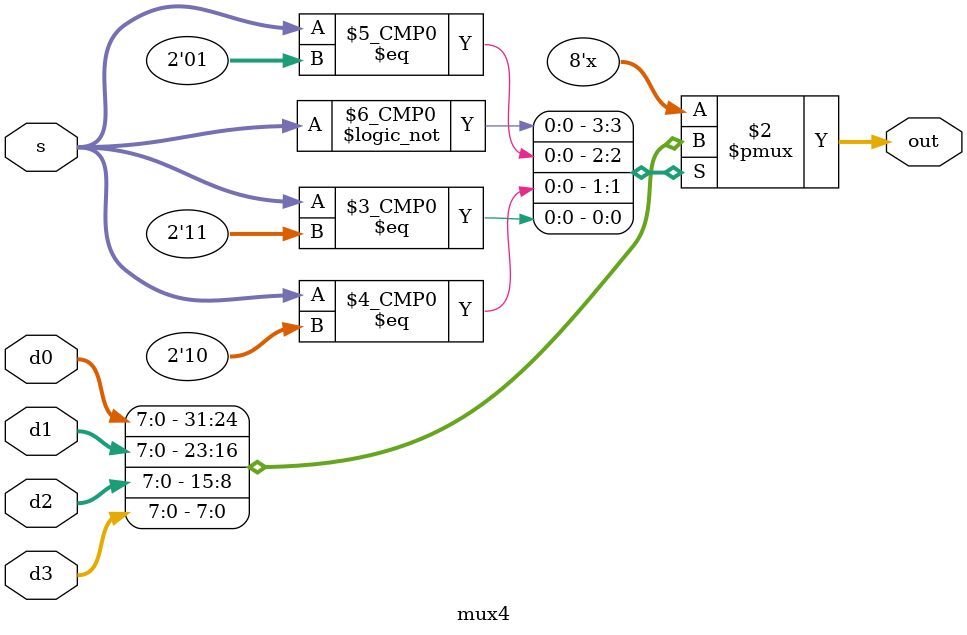
<source format=v>
`timescale 1ns / 1ps


module mux4
#(parameter WIDTH = 8)

(
    input   wire [WIDTH-1:0]    d0,
    input   wire [WIDTH-1:0]    d1,
    input   wire [WIDTH-1:0]    d2,
    input   wire [WIDTH-1:0]    d3,
    input   wire [1:0]          s,
    output  reg [WIDTH-1:0]     out
);

always @*
    case(s)
        2'b00:   out = d0;
        2'b01:   out = d1;
        2'b10:   out = d2;
        2'b11:   out = d3;
    endcase

endmodule

</source>
